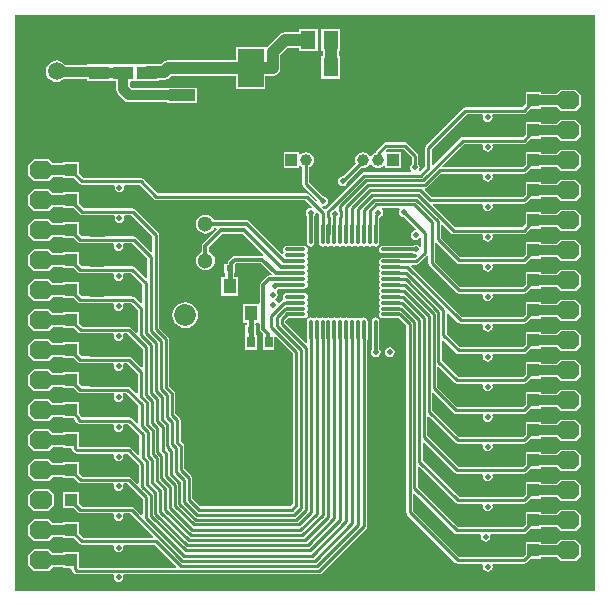
<source format=gtl>
G04*
G04 #@! TF.GenerationSoftware,Altium Limited,Altium Designer,23.9.2 (47)*
G04*
G04 Layer_Physical_Order=1*
G04 Layer_Color=255*
%FSLAX44Y44*%
%MOMM*%
G71*
G04*
G04 #@! TF.SameCoordinates,60F5B71E-2B93-43DD-B637-9BD39DAD1F72*
G04*
G04*
G04 #@! TF.FilePolarity,Positive*
G04*
G01*
G75*
%ADD14C,0.2540*%
%ADD17R,1.3000X1.6000*%
%ADD18R,2.2000X3.3000*%
%ADD19R,2.2000X1.0000*%
%ADD20R,1.7000X1.1000*%
%ADD21O,1.8000X0.3000*%
%ADD22O,0.3000X1.8000*%
%ADD23R,1.1000X1.3000*%
%ADD24R,0.7000X0.9000*%
%ADD25R,0.6000X0.5000*%
%ADD26R,1.0000X1.1000*%
%ADD47C,1.0922*%
%ADD48C,0.8382*%
%ADD49C,0.9906*%
%ADD50C,0.8128*%
%ADD51C,0.2997*%
%ADD52C,0.4064*%
%ADD53C,1.5000*%
%ADD54R,1.5000X1.5000*%
%ADD55R,1.0000X1.0000*%
%ADD56C,1.0000*%
%ADD57C,1.3000*%
%ADD58C,1.8500*%
%ADD59R,1.8500X1.8500*%
G04:AMPARAMS|DCode=60|XSize=1.905mm|YSize=1.524mm|CornerRadius=0mm|HoleSize=0mm|Usage=FLASHONLY|Rotation=180.000|XOffset=0mm|YOffset=0mm|HoleType=Round|Shape=Octagon|*
%AMOCTAGOND60*
4,1,8,-0.9525,0.3810,-0.9525,-0.3810,-0.5715,-0.7620,0.5715,-0.7620,0.9525,-0.3810,0.9525,0.3810,0.5715,0.7620,-0.5715,0.7620,-0.9525,0.3810,0.0*
%
%ADD60OCTAGOND60*%

%ADD61C,1.2700*%
%ADD62C,0.5080*%
G36*
X497052Y128947D02*
X5698D01*
Y616603D01*
X497052D01*
X497052Y128947D01*
D02*
G37*
%LPC*%
G36*
X262524Y604524D02*
X246476D01*
Y601604D01*
X234500D01*
X231973Y601101D01*
X229830Y599670D01*
X219580Y589420D01*
X219294Y588991D01*
X218024Y589274D01*
Y589274D01*
X218024Y589274D01*
X192976D01*
Y578014D01*
X135750D01*
X133223Y577511D01*
X131080Y576080D01*
X129562Y574561D01*
X118651D01*
X118013Y574434D01*
X108824D01*
X108080Y574434D01*
X106810Y574434D01*
X87506D01*
Y574434D01*
X86980D01*
Y574434D01*
X66932D01*
Y573907D01*
X48667D01*
X47686Y575186D01*
X45801Y576632D01*
X43606Y577542D01*
X41250Y577852D01*
X38894Y577542D01*
X36699Y576632D01*
X34814Y575186D01*
X33368Y573301D01*
X32458Y571106D01*
X32148Y568750D01*
X32458Y566394D01*
X33368Y564199D01*
X34814Y562314D01*
X36699Y560868D01*
X38894Y559958D01*
X41250Y559648D01*
X43606Y559958D01*
X45801Y560868D01*
X47607Y562253D01*
X66932D01*
Y560386D01*
X86980D01*
Y560386D01*
X87506D01*
Y560386D01*
X91703D01*
Y553320D01*
X92147Y551090D01*
X93410Y549200D01*
X98320Y544290D01*
X100210Y543027D01*
X102440Y542583D01*
X134976D01*
Y541726D01*
X160024D01*
Y554774D01*
X134976D01*
Y554237D01*
X104854D01*
X103357Y555734D01*
Y559488D01*
X104255Y560386D01*
X107554Y560386D01*
X108824Y560386D01*
X128128D01*
Y561353D01*
X132297D01*
X134824Y561856D01*
X136967Y563287D01*
X138405Y564726D01*
X160024D01*
Y564806D01*
X192976D01*
Y553226D01*
X218024D01*
Y564896D01*
X224250D01*
X226777Y565399D01*
X228920Y566830D01*
X230351Y568973D01*
X230854Y571500D01*
Y582015D01*
X237235Y588396D01*
X246476D01*
Y585476D01*
X262524D01*
Y604524D01*
D02*
G37*
G36*
X281524D02*
X265476D01*
Y585476D01*
X266896D01*
Y581512D01*
X265476D01*
Y562464D01*
X281524D01*
Y581512D01*
X280104D01*
Y585476D01*
X281524D01*
Y604524D01*
D02*
G37*
G36*
X480977Y553044D02*
X468023D01*
X464576Y549598D01*
X451524D01*
Y550924D01*
X438476D01*
Y540905D01*
X435670Y538099D01*
X387500D01*
X386410Y537882D01*
X385486Y537264D01*
X385486Y537264D01*
X353986Y505764D01*
X353368Y504840D01*
X353151Y503750D01*
X353151Y503750D01*
Y487675D01*
X349403Y483927D01*
X348909Y483873D01*
X348739Y484031D01*
X348385Y485375D01*
X348578Y485664D01*
X348894Y487250D01*
X348578Y488836D01*
X347680Y490180D01*
X347599Y490234D01*
Y497250D01*
X347599Y497250D01*
X347382Y498340D01*
X346764Y499264D01*
X346764Y499264D01*
X338264Y507764D01*
X337340Y508382D01*
X336250Y508599D01*
X336250Y508599D01*
X320250D01*
X320250Y508599D01*
X319160Y508382D01*
X318236Y507764D01*
X312400Y501929D01*
X311783Y501005D01*
X311566Y499915D01*
X311566Y499915D01*
Y499781D01*
X310160Y499199D01*
X308797Y498153D01*
X307798Y496851D01*
X307113Y496751D01*
X307087D01*
X306402Y496851D01*
X305403Y498153D01*
X304040Y499199D01*
X302453Y499856D01*
X300750Y500080D01*
X299047Y499856D01*
X297460Y499199D01*
X296097Y498153D01*
X295051Y496790D01*
X294394Y495203D01*
X294170Y493500D01*
X294394Y491797D01*
X294870Y490648D01*
X283846Y479625D01*
X283750Y479644D01*
X282164Y479328D01*
X280820Y478430D01*
X279922Y477086D01*
X279606Y475500D01*
X279922Y473914D01*
X280820Y472570D01*
X282164Y471672D01*
X283750Y471356D01*
X285336Y471672D01*
X286680Y472570D01*
X287578Y473914D01*
X287894Y475500D01*
X287875Y475596D01*
X299379Y487100D01*
X300750Y486920D01*
X302453Y487144D01*
X304040Y487801D01*
X305403Y488847D01*
X306402Y490149D01*
X307087Y490249D01*
X307113D01*
X307798Y490149D01*
X308797Y488847D01*
X310160Y487801D01*
X311747Y487144D01*
X313450Y486920D01*
X315153Y487144D01*
X316740Y487801D01*
X318103Y488847D01*
X318356Y489177D01*
X319626Y488746D01*
Y486976D01*
X332674D01*
Y500024D01*
X320563D01*
X320349Y500024D01*
X320198Y500389D01*
X319823Y501294D01*
X321430Y502901D01*
X335070D01*
X341901Y496070D01*
Y490234D01*
X341820Y490180D01*
X340922Y488836D01*
X340606Y487250D01*
X340922Y485664D01*
X341698Y484503D01*
X341490Y483776D01*
X341161Y483233D01*
X301884D01*
X301884Y483233D01*
X300794Y483016D01*
X299870Y482398D01*
X272657Y455186D01*
X272526Y455098D01*
X272526Y455098D01*
X269402Y451974D01*
X269381Y451943D01*
X267746Y451782D01*
X266023Y453506D01*
X266649Y454676D01*
X267000Y454606D01*
X268586Y454922D01*
X269930Y455820D01*
X270828Y457164D01*
X271144Y458750D01*
X270828Y460336D01*
X269930Y461680D01*
X268586Y462578D01*
X267000Y462894D01*
X266696Y462833D01*
X255099Y474430D01*
Y487411D01*
X256040Y487801D01*
X257403Y488847D01*
X258449Y490210D01*
X259106Y491797D01*
X259330Y493500D01*
X259106Y495203D01*
X258449Y496790D01*
X257403Y498153D01*
X256040Y499199D01*
X254453Y499856D01*
X252750Y500080D01*
X251047Y499856D01*
X249460Y499199D01*
X248097Y498153D01*
X247844Y497823D01*
X246574Y498254D01*
Y500024D01*
X233526D01*
Y486976D01*
X246574D01*
Y488746D01*
X247844Y489177D01*
X248097Y488847D01*
X249401Y487846D01*
Y473250D01*
X249401Y473250D01*
X249618Y472160D01*
X250236Y471236D01*
X262083Y459388D01*
X262064Y459260D01*
X260714Y458814D01*
X255014Y464514D01*
X254090Y465132D01*
X253000Y465349D01*
X253000Y465349D01*
X126930D01*
X114764Y477514D01*
X113840Y478132D01*
X112750Y478349D01*
X112750Y478349D01*
X63780D01*
X60024Y482105D01*
Y492124D01*
X46976D01*
Y490798D01*
X38424D01*
X34977Y494244D01*
X22023D01*
X17451Y489672D01*
Y480528D01*
X22023Y475956D01*
X34977D01*
X38424Y479403D01*
X46976D01*
Y478076D01*
X55995D01*
X60586Y473486D01*
X60586Y473486D01*
X61510Y472868D01*
X62600Y472651D01*
X89862D01*
X90598Y471381D01*
X90356Y470166D01*
X90672Y468580D01*
X91570Y467236D01*
X92914Y466338D01*
X94500Y466022D01*
X96086Y466338D01*
X97430Y467236D01*
X98328Y468580D01*
X98644Y470166D01*
X98402Y471381D01*
X99138Y472651D01*
X111570D01*
X123736Y460486D01*
X124660Y459868D01*
X125750Y459651D01*
X125750Y459651D01*
X251820D01*
X257477Y453994D01*
X256852Y452824D01*
X256500Y452894D01*
X254914Y452578D01*
X253570Y451680D01*
X252672Y450336D01*
X252356Y448750D01*
X252672Y447164D01*
X253418Y446047D01*
Y438257D01*
X253417Y438250D01*
Y423250D01*
X253652Y422070D01*
X254320Y421070D01*
X255320Y420401D01*
X256500Y420167D01*
X257680Y420401D01*
X258680Y421070D01*
X259349Y422070D01*
X259583Y423250D01*
Y438250D01*
X259582Y438257D01*
Y446047D01*
X260328Y447164D01*
X260644Y448750D01*
X260574Y449101D01*
X261744Y449727D01*
X263651Y447820D01*
Y439429D01*
X263417Y438250D01*
Y423250D01*
X263652Y422070D01*
X264320Y421070D01*
X265320Y420401D01*
X266500Y420167D01*
X267680Y420401D01*
X268680Y421070D01*
X269320D01*
X270320Y420401D01*
X271500Y420167D01*
X272680Y420401D01*
X273680Y421070D01*
X274320D01*
X275320Y420401D01*
X276500Y420167D01*
X277680Y420401D01*
X278680Y421070D01*
X279320D01*
X280320Y420401D01*
X281500Y420167D01*
X282680Y420401D01*
X283680Y421070D01*
X284320D01*
X285320Y420401D01*
X286500Y420167D01*
X287680Y420401D01*
X288680Y421070D01*
X289320D01*
X290320Y420401D01*
X291500Y420167D01*
X292680Y420401D01*
X293680Y421070D01*
X294320D01*
X295320Y420401D01*
X296500Y420167D01*
X297680Y420401D01*
X298680Y421070D01*
X299320D01*
X300320Y420401D01*
X301500Y420167D01*
X302680Y420401D01*
X303680Y421070D01*
X304320D01*
X305320Y420401D01*
X306500Y420167D01*
X307680Y420401D01*
X308680Y421070D01*
X309320D01*
X310320Y420401D01*
X311500Y420167D01*
X312680Y420401D01*
X313680Y421070D01*
X314349Y422070D01*
X314583Y423250D01*
Y438250D01*
X314349Y439429D01*
Y444775D01*
X315086Y444922D01*
X316430Y445820D01*
X317328Y447164D01*
X317644Y448750D01*
X317328Y450336D01*
X316430Y451680D01*
X316129Y451881D01*
X316514Y453151D01*
X331288D01*
X331953Y451881D01*
X331422Y451086D01*
X331106Y449500D01*
X331422Y447914D01*
X332320Y446570D01*
X333664Y445672D01*
X335250Y445356D01*
X335346Y445375D01*
X345352Y435369D01*
X344901Y434024D01*
X343914Y433828D01*
X342570Y432930D01*
X341672Y431586D01*
X341356Y430000D01*
X341672Y428414D01*
X342570Y427070D01*
X343914Y426172D01*
X345500Y425856D01*
X347086Y426172D01*
X348430Y427070D01*
X348881Y427745D01*
X350151Y427360D01*
Y420390D01*
X348881Y420005D01*
X348430Y420680D01*
X347086Y421578D01*
X345500Y421894D01*
X343914Y421578D01*
X342797Y420832D01*
X332007D01*
X332000Y420833D01*
X317000D01*
X315820Y420598D01*
X314820Y419930D01*
X314151Y418930D01*
X313917Y417750D01*
X314151Y416570D01*
X314820Y415570D01*
X315820Y414902D01*
X317000Y414667D01*
X332000D01*
X332007Y414668D01*
X342797D01*
X343914Y413922D01*
X345500Y413606D01*
X345852Y413676D01*
X346477Y412506D01*
X344570Y410599D01*
X333179D01*
X332000Y410833D01*
X317000D01*
X315820Y410598D01*
X314820Y409930D01*
X314151Y408930D01*
X313917Y407750D01*
X314151Y406570D01*
X314820Y405570D01*
Y404930D01*
X314151Y403930D01*
X313917Y402750D01*
X314151Y401570D01*
X314820Y400570D01*
Y399930D01*
X314151Y398930D01*
X313917Y397750D01*
X314151Y396570D01*
X314820Y395570D01*
Y394930D01*
X314151Y393930D01*
X313917Y392750D01*
X314151Y391570D01*
X314820Y390570D01*
Y389930D01*
X314151Y388930D01*
X313917Y387750D01*
X314151Y386570D01*
X314820Y385570D01*
Y384930D01*
X314151Y383930D01*
X313917Y382750D01*
X314151Y381570D01*
X314820Y380570D01*
Y379930D01*
X314151Y378930D01*
X313917Y377750D01*
X314151Y376570D01*
X314820Y375570D01*
Y374930D01*
X314151Y373930D01*
X313917Y372750D01*
X314151Y371570D01*
X314820Y370570D01*
Y369930D01*
X314151Y368930D01*
X313917Y367750D01*
X314151Y366570D01*
X314820Y365570D01*
Y364930D01*
X314151Y363930D01*
X313917Y362750D01*
X314151Y361570D01*
X314820Y360570D01*
X315820Y359902D01*
X317000Y359667D01*
X331054D01*
X337401Y353320D01*
Y195250D01*
X337401Y195250D01*
X337618Y194160D01*
X338236Y193236D01*
X378880Y152592D01*
X378880Y152592D01*
X379804Y151974D01*
X380894Y151757D01*
X380894Y151757D01*
X401683D01*
X402369Y150487D01*
X402106Y149166D01*
X402422Y147580D01*
X403320Y146236D01*
X404664Y145338D01*
X406250Y145022D01*
X407836Y145338D01*
X409180Y146236D01*
X410078Y147580D01*
X410394Y149166D01*
X410131Y150487D01*
X410817Y151757D01*
X437206D01*
X437206Y151757D01*
X438297Y151974D01*
X439221Y152592D01*
X442505Y155876D01*
X451524D01*
Y157203D01*
X464576D01*
X468023Y153756D01*
X480977D01*
X485549Y158328D01*
Y167472D01*
X480977Y172044D01*
X468023D01*
X464576Y168598D01*
X451524D01*
Y169924D01*
X438476D01*
Y159905D01*
X436026Y157455D01*
X382074D01*
X343099Y196430D01*
Y210963D01*
X344272Y211449D01*
X377902Y177820D01*
X377902Y177820D01*
X378826Y177202D01*
X379916Y176985D01*
X379916Y176985D01*
X399862D01*
X400598Y175715D01*
X400356Y174500D01*
X400672Y172914D01*
X401570Y171570D01*
X402914Y170672D01*
X404500Y170356D01*
X406086Y170672D01*
X407430Y171570D01*
X408328Y172914D01*
X408644Y174500D01*
X408402Y175715D01*
X409138Y176985D01*
X437034D01*
X437034Y176985D01*
X438125Y177202D01*
X439049Y177820D01*
X442505Y181276D01*
X451524D01*
Y182603D01*
X464576D01*
X468023Y179156D01*
X480977D01*
X485549Y183728D01*
Y192872D01*
X480977Y197444D01*
X468023D01*
X464576Y193997D01*
X451524D01*
Y195324D01*
X438476D01*
Y185305D01*
X435854Y182683D01*
X381096D01*
X347163Y216616D01*
Y233649D01*
X348336Y234135D01*
X379080Y203392D01*
X379080Y203392D01*
X380004Y202774D01*
X381094Y202557D01*
X401612D01*
X402348Y201287D01*
X402106Y200072D01*
X402422Y198486D01*
X403320Y197142D01*
X404664Y196244D01*
X406250Y195928D01*
X407836Y196244D01*
X409180Y197142D01*
X410078Y198486D01*
X410394Y200072D01*
X410152Y201287D01*
X410888Y202557D01*
X437206D01*
X437206Y202557D01*
X438297Y202774D01*
X439221Y203392D01*
X442505Y206676D01*
X451524D01*
Y208002D01*
X464576D01*
X468023Y204556D01*
X480977D01*
X485549Y209128D01*
Y218272D01*
X480977Y222844D01*
X468023D01*
X464576Y219398D01*
X451524D01*
Y220724D01*
X438476D01*
Y210705D01*
X436026Y208255D01*
X382274D01*
X351227Y239302D01*
Y254335D01*
X352400Y254821D01*
X378430Y228792D01*
X378430Y228792D01*
X379354Y228174D01*
X380444Y227957D01*
X401612D01*
X402348Y226687D01*
X402106Y225472D01*
X402422Y223886D01*
X403320Y222542D01*
X404664Y221644D01*
X406250Y221328D01*
X407836Y221644D01*
X409180Y222542D01*
X410078Y223886D01*
X410394Y225472D01*
X410152Y226687D01*
X410888Y227957D01*
X437206D01*
X437206Y227957D01*
X438297Y228174D01*
X439221Y228792D01*
X442505Y232076D01*
X451524D01*
Y233403D01*
X464576D01*
X468023Y229956D01*
X480977D01*
X485549Y234528D01*
Y243672D01*
X480977Y248244D01*
X468023D01*
X464576Y244797D01*
X451524D01*
Y246124D01*
X438476D01*
Y236105D01*
X436026Y233655D01*
X381624D01*
X355291Y259988D01*
Y276021D01*
X356464Y276507D01*
X378780Y254192D01*
X378780Y254192D01*
X379704Y253574D01*
X380794Y253357D01*
X380794Y253357D01*
X401612D01*
X402348Y252087D01*
X402106Y250872D01*
X402422Y249286D01*
X403320Y247942D01*
X404664Y247044D01*
X406250Y246728D01*
X407836Y247044D01*
X409180Y247942D01*
X410078Y249286D01*
X410394Y250872D01*
X410152Y252087D01*
X410888Y253357D01*
X437206D01*
X437206Y253357D01*
X438297Y253574D01*
X439221Y254192D01*
X442505Y257476D01*
X451524D01*
Y258803D01*
X464576D01*
X468023Y255356D01*
X480977D01*
X485549Y259928D01*
Y269072D01*
X480977Y273644D01*
X468023D01*
X464576Y270198D01*
X451524D01*
Y271524D01*
X438476D01*
Y261505D01*
X436026Y259055D01*
X381974D01*
X359355Y281674D01*
Y295957D01*
X360528Y296443D01*
X377486Y279486D01*
X377486Y279486D01*
X378410Y278868D01*
X379500Y278651D01*
X401954D01*
X402552Y277531D01*
X402422Y277336D01*
X402106Y275750D01*
X402422Y274164D01*
X403320Y272820D01*
X404664Y271922D01*
X406250Y271606D01*
X407836Y271922D01*
X409180Y272820D01*
X410078Y274164D01*
X410394Y275750D01*
X410078Y277336D01*
X409948Y277531D01*
X410546Y278651D01*
X437100D01*
X437100Y278651D01*
X438190Y278868D01*
X439115Y279486D01*
X442505Y282876D01*
X451524D01*
Y284202D01*
X464576D01*
X468023Y280756D01*
X480977D01*
X485549Y285328D01*
Y294472D01*
X480977Y299044D01*
X468023D01*
X464576Y295597D01*
X451524D01*
Y296924D01*
X438476D01*
Y286905D01*
X435920Y284349D01*
X380680D01*
X363419Y301610D01*
Y318393D01*
X364592Y318879D01*
X378486Y304986D01*
X378486Y304986D01*
X379410Y304368D01*
X380500Y304151D01*
X380500Y304151D01*
X401612D01*
X402348Y302881D01*
X402106Y301666D01*
X402422Y300080D01*
X403320Y298736D01*
X404664Y297838D01*
X406250Y297522D01*
X407836Y297838D01*
X409180Y298736D01*
X410078Y300080D01*
X410394Y301666D01*
X410152Y302881D01*
X410888Y304151D01*
X437200D01*
X437200Y304151D01*
X438290Y304368D01*
X439215Y304986D01*
X442505Y308276D01*
X451524D01*
Y309603D01*
X464576D01*
X468023Y306156D01*
X480977D01*
X485549Y310728D01*
Y319872D01*
X480977Y324444D01*
X468023D01*
X464576Y320998D01*
X451524D01*
Y322324D01*
X438476D01*
Y312305D01*
X436020Y309849D01*
X381680D01*
X367483Y324046D01*
Y340829D01*
X368656Y341315D01*
X379694Y330277D01*
X379694Y330277D01*
X380619Y329660D01*
X381709Y329443D01*
X381709Y329443D01*
X401639D01*
X402356Y328173D01*
X402106Y326916D01*
X402422Y325330D01*
X403320Y323986D01*
X404664Y323088D01*
X406250Y322772D01*
X407836Y323088D01*
X409180Y323986D01*
X410078Y325330D01*
X410394Y326916D01*
X410144Y328173D01*
X410861Y329443D01*
X437092D01*
X437092Y329443D01*
X438182Y329660D01*
X439106Y330277D01*
X442505Y333676D01*
X451524D01*
Y335003D01*
X464576D01*
X468023Y331556D01*
X480977D01*
X485549Y336128D01*
Y345272D01*
X480977Y349844D01*
X468023D01*
X464576Y346398D01*
X451524D01*
Y347724D01*
X438476D01*
Y337705D01*
X435912Y335140D01*
X382889D01*
X371547Y346482D01*
Y363819D01*
X372720Y364305D01*
X381290Y355736D01*
X381290Y355736D01*
X382214Y355118D01*
X383304Y354901D01*
X383304Y354901D01*
X401612D01*
X402348Y353631D01*
X402106Y352416D01*
X402422Y350830D01*
X403320Y349486D01*
X404664Y348588D01*
X406250Y348272D01*
X407836Y348588D01*
X409180Y349486D01*
X410078Y350830D01*
X410394Y352416D01*
X410152Y353631D01*
X410888Y354901D01*
X437150D01*
X437150Y354901D01*
X438241Y355118D01*
X439165Y355736D01*
X442505Y359076D01*
X451524D01*
Y360402D01*
X464576D01*
X468023Y356956D01*
X480977D01*
X485549Y361528D01*
Y370672D01*
X480977Y375244D01*
X468023D01*
X464576Y371797D01*
X451524D01*
Y373124D01*
X438476D01*
Y363105D01*
X435970Y360599D01*
X384484D01*
X341452Y403631D01*
X341978Y404901D01*
X345750D01*
X345750Y404901D01*
X346840Y405118D01*
X347764Y405736D01*
X354881Y412853D01*
X355432Y412771D01*
X356151Y412401D01*
Y406250D01*
X356151Y406250D01*
X356368Y405160D01*
X356986Y404236D01*
X379986Y381236D01*
X379986Y381236D01*
X380910Y380618D01*
X382000Y380401D01*
X401612D01*
X402348Y379131D01*
X402106Y377916D01*
X402422Y376330D01*
X403320Y374986D01*
X404664Y374088D01*
X406250Y373772D01*
X407836Y374088D01*
X409180Y374986D01*
X410078Y376330D01*
X410394Y377916D01*
X410152Y379131D01*
X410888Y380401D01*
X421622D01*
X421843Y380357D01*
X421843Y380357D01*
X434158D01*
X434158Y380357D01*
X434379Y380401D01*
X437250D01*
X437250Y380401D01*
X438340Y380618D01*
X439265Y381236D01*
X442505Y384476D01*
X451524D01*
Y385802D01*
X464576D01*
X468023Y382356D01*
X480977D01*
X485549Y386928D01*
Y396072D01*
X480977Y400644D01*
X468023D01*
X464576Y397197D01*
X451524D01*
Y398524D01*
X438476D01*
Y388505D01*
X436070Y386099D01*
X434202D01*
X434202Y386099D01*
X433980Y386055D01*
X422020D01*
X421799Y386099D01*
X421799Y386099D01*
X383180D01*
X361849Y407430D01*
Y422826D01*
X363119Y423353D01*
X379986Y406486D01*
X379986Y406486D01*
X380910Y405868D01*
X382000Y405651D01*
X401612D01*
X402348Y404381D01*
X402106Y403166D01*
X402422Y401580D01*
X403320Y400236D01*
X404664Y399338D01*
X406250Y399022D01*
X407836Y399338D01*
X409180Y400236D01*
X410078Y401580D01*
X410394Y403166D01*
X410152Y404381D01*
X410888Y405651D01*
X437100D01*
X437100Y405651D01*
X438190Y405868D01*
X439115Y406486D01*
X442505Y409876D01*
X451524D01*
Y411203D01*
X464576D01*
X468023Y407756D01*
X480977D01*
X485549Y412328D01*
Y421472D01*
X480977Y426044D01*
X468023D01*
X464576Y422598D01*
X451524D01*
Y423924D01*
X438476D01*
Y413905D01*
X435920Y411349D01*
X383180D01*
X366849Y427680D01*
Y438716D01*
X368022Y439202D01*
X375471Y431753D01*
X376395Y431136D01*
X377485Y430919D01*
X377485Y430919D01*
X401612D01*
X402348Y429649D01*
X402106Y428434D01*
X402422Y426848D01*
X403320Y425504D01*
X404664Y424605D01*
X406250Y424290D01*
X407836Y424605D01*
X409180Y425504D01*
X410078Y426848D01*
X410394Y428434D01*
X410152Y429649D01*
X410888Y430919D01*
X436968D01*
X436968Y430919D01*
X438058Y431136D01*
X438982Y431753D01*
X442505Y435276D01*
X451524D01*
Y436603D01*
X464576D01*
X468023Y433156D01*
X480977D01*
X485549Y437728D01*
Y446872D01*
X480977Y451444D01*
X468023D01*
X464576Y447998D01*
X451524D01*
Y449324D01*
X438476D01*
Y439305D01*
X435788Y436616D01*
X378665D01*
X359897Y455384D01*
X360383Y456557D01*
X401612D01*
X402348Y455287D01*
X402106Y454072D01*
X402422Y452486D01*
X403320Y451142D01*
X404664Y450244D01*
X406250Y449928D01*
X407836Y450244D01*
X409180Y451142D01*
X410078Y452486D01*
X410394Y454072D01*
X410152Y455287D01*
X410888Y456557D01*
X437206D01*
X437206Y456557D01*
X438297Y456774D01*
X439221Y457392D01*
X442505Y460676D01*
X451524D01*
Y462002D01*
X464576D01*
X468023Y458556D01*
X480977D01*
X485549Y463128D01*
Y472272D01*
X480977Y476844D01*
X468023D01*
X464576Y473397D01*
X451524D01*
Y474724D01*
X438476D01*
Y464705D01*
X436026Y462255D01*
X358774D01*
X352777Y468252D01*
X353007Y468807D01*
X353391Y469434D01*
X354346Y469624D01*
X355270Y470242D01*
X366930Y481901D01*
X401612D01*
X402348Y480631D01*
X402106Y479416D01*
X402422Y477830D01*
X403320Y476486D01*
X404664Y475588D01*
X406250Y475272D01*
X407836Y475588D01*
X409180Y476486D01*
X410078Y477830D01*
X410394Y479416D01*
X410152Y480631D01*
X410888Y481901D01*
X437150D01*
X437150Y481901D01*
X438241Y482118D01*
X439165Y482736D01*
X442505Y486076D01*
X451524D01*
Y487402D01*
X464576D01*
X468023Y483956D01*
X480977D01*
X485549Y488528D01*
Y497672D01*
X480977Y502244D01*
X468023D01*
X464576Y498797D01*
X451524D01*
Y500124D01*
X438476D01*
Y490105D01*
X435970Y487599D01*
X368539D01*
X368053Y488772D01*
X386433Y507151D01*
X401612D01*
X402348Y505881D01*
X402106Y504666D01*
X402422Y503080D01*
X403320Y501736D01*
X404664Y500838D01*
X406250Y500522D01*
X407836Y500838D01*
X409180Y501736D01*
X410078Y503080D01*
X410394Y504666D01*
X410152Y505881D01*
X410888Y507151D01*
X437000D01*
X437000Y507151D01*
X438091Y507368D01*
X439015Y507986D01*
X442505Y511476D01*
X451524D01*
Y512803D01*
X464576D01*
X468023Y509356D01*
X480977D01*
X485549Y513928D01*
Y523072D01*
X480977Y527644D01*
X468023D01*
X464576Y524198D01*
X451524D01*
Y525524D01*
X438476D01*
Y515505D01*
X435820Y512849D01*
X385253D01*
X385253Y512849D01*
X384162Y512632D01*
X383238Y512014D01*
X383238Y512014D01*
X360022Y488798D01*
X358849Y489284D01*
Y502570D01*
X388680Y532401D01*
X401612D01*
X402348Y531131D01*
X402106Y529916D01*
X402422Y528330D01*
X403320Y526986D01*
X404664Y526088D01*
X406250Y525772D01*
X407836Y526088D01*
X409180Y526986D01*
X410078Y528330D01*
X410394Y529916D01*
X410152Y531131D01*
X410888Y532401D01*
X436850D01*
X436850Y532401D01*
X437940Y532618D01*
X438865Y533236D01*
X442505Y536876D01*
X451524D01*
Y538203D01*
X464576D01*
X468023Y534756D01*
X480977D01*
X485549Y539328D01*
Y548472D01*
X480977Y553044D01*
D02*
G37*
G36*
X34977Y468844D02*
X22023D01*
X17451Y464272D01*
Y455128D01*
X22023Y450556D01*
X34977D01*
X38424Y454002D01*
X46976D01*
Y452676D01*
X55995D01*
X60936Y447736D01*
X60936Y447736D01*
X61860Y447118D01*
X62950Y446901D01*
X62950Y446901D01*
X89862D01*
X90598Y445631D01*
X90356Y444416D01*
X90672Y442830D01*
X91570Y441486D01*
X92914Y440588D01*
X94500Y440272D01*
X96086Y440588D01*
X97430Y441486D01*
X98328Y442830D01*
X98644Y444416D01*
X98402Y445631D01*
X99138Y446901D01*
X104570D01*
X122401Y429070D01*
Y416037D01*
X121228Y415551D01*
X108758Y428020D01*
X107834Y428638D01*
X106744Y428855D01*
X106744Y428855D01*
X62474D01*
X60024Y431305D01*
Y441324D01*
X46976D01*
Y439997D01*
X38424D01*
X34977Y443444D01*
X22023D01*
X17451Y438872D01*
Y429728D01*
X22023Y425156D01*
X34977D01*
X38424Y428602D01*
X46976D01*
Y427276D01*
X55995D01*
X59280Y423992D01*
X59280Y423992D01*
X60204Y423374D01*
X61294Y423157D01*
X61294Y423157D01*
X89112D01*
X89848Y421887D01*
X89606Y420672D01*
X89922Y419086D01*
X90820Y417742D01*
X92164Y416844D01*
X93750Y416528D01*
X95336Y416844D01*
X96680Y417742D01*
X97578Y419086D01*
X97894Y420672D01*
X97652Y421887D01*
X98388Y423157D01*
X105564D01*
X118151Y410570D01*
Y393537D01*
X116978Y393051D01*
X107408Y402620D01*
X106484Y403238D01*
X105394Y403455D01*
X105394Y403455D01*
X62474D01*
X60024Y405905D01*
Y415924D01*
X46976D01*
Y414598D01*
X38424D01*
X34977Y418044D01*
X22023D01*
X17451Y413472D01*
Y404328D01*
X22023Y399756D01*
X34977D01*
X38424Y403203D01*
X46976D01*
Y401876D01*
X55995D01*
X59280Y398592D01*
X59280Y398592D01*
X60204Y397974D01*
X61294Y397757D01*
X61294Y397757D01*
X89112D01*
X89848Y396487D01*
X89606Y395272D01*
X89922Y393686D01*
X90820Y392342D01*
X92164Y391444D01*
X93750Y391128D01*
X95336Y391444D01*
X96680Y392342D01*
X97578Y393686D01*
X97894Y395272D01*
X97652Y396487D01*
X98388Y397757D01*
X104214D01*
X113901Y388070D01*
Y372287D01*
X112728Y371801D01*
X107308Y377220D01*
X106384Y377838D01*
X105294Y378055D01*
X105294Y378055D01*
X62474D01*
X60024Y380505D01*
Y390524D01*
X46976D01*
Y389198D01*
X38424D01*
X34977Y392644D01*
X22023D01*
X17451Y388072D01*
Y378928D01*
X22023Y374356D01*
X34977D01*
X38424Y377803D01*
X46976D01*
Y376476D01*
X55995D01*
X59280Y373192D01*
X59280Y373192D01*
X60204Y372574D01*
X61294Y372357D01*
X61294Y372357D01*
X89112D01*
X89848Y371087D01*
X89606Y369872D01*
X89922Y368286D01*
X90820Y366942D01*
X92164Y366044D01*
X93750Y365728D01*
X95336Y366044D01*
X96680Y366942D01*
X97578Y368286D01*
X97894Y369872D01*
X97652Y371087D01*
X98388Y372357D01*
X104114D01*
X109837Y366634D01*
Y347854D01*
X108664Y347368D01*
X104517Y351514D01*
X103593Y352132D01*
X102503Y352349D01*
X102502Y352349D01*
X62780D01*
X60024Y355105D01*
Y365124D01*
X46976D01*
Y363797D01*
X38424D01*
X34977Y367244D01*
X22023D01*
X17451Y362672D01*
Y353528D01*
X22023Y348956D01*
X34977D01*
X38424Y352402D01*
X46976D01*
Y351076D01*
X55995D01*
X59585Y347486D01*
X59586Y347486D01*
X60510Y346868D01*
X61600Y346651D01*
X89112D01*
X89848Y345381D01*
X89606Y344166D01*
X89922Y342580D01*
X90820Y341236D01*
X92164Y340338D01*
X93750Y340022D01*
X95336Y340338D01*
X96680Y341236D01*
X97578Y342580D01*
X97894Y344166D01*
X97652Y345381D01*
X98388Y346651D01*
X101323D01*
X114151Y333823D01*
Y318287D01*
X112978Y317801D01*
X104319Y326459D01*
X103395Y327077D01*
X102305Y327294D01*
X102305Y327294D01*
X86194D01*
X85998Y327255D01*
X62474D01*
X60024Y329705D01*
Y339724D01*
X46976D01*
Y338397D01*
X38424D01*
X34977Y341844D01*
X22023D01*
X17451Y337272D01*
Y328128D01*
X22023Y323556D01*
X34977D01*
X38424Y327002D01*
X46976D01*
Y325676D01*
X55995D01*
X59280Y322392D01*
X59280Y322392D01*
X60204Y321774D01*
X61294Y321557D01*
X61294Y321557D01*
X86155D01*
X86155Y321557D01*
X86351Y321596D01*
X89112D01*
X89848Y320326D01*
X89606Y319111D01*
X89922Y317525D01*
X90820Y316181D01*
X92164Y315283D01*
X93750Y314967D01*
X95336Y315283D01*
X96680Y316181D01*
X97578Y317525D01*
X97894Y319111D01*
X97652Y320326D01*
X98388Y321596D01*
X101125D01*
X110087Y312634D01*
Y295859D01*
X108914Y295373D01*
X103266Y301020D01*
X102342Y301638D01*
X101252Y301855D01*
X101252Y301855D01*
X62474D01*
X60024Y304305D01*
Y314324D01*
X46976D01*
Y312997D01*
X38424D01*
X34977Y316444D01*
X22023D01*
X17451Y311872D01*
Y302728D01*
X22023Y298156D01*
X34977D01*
X38424Y301602D01*
X46976D01*
Y300276D01*
X55995D01*
X59280Y296992D01*
X59280Y296992D01*
X60204Y296374D01*
X61294Y296157D01*
X61294Y296157D01*
X89668D01*
X90346Y294887D01*
X89922Y294252D01*
X89606Y292666D01*
X89922Y291080D01*
X90820Y289736D01*
X92164Y288838D01*
X93750Y288522D01*
X95336Y288838D01*
X96680Y289736D01*
X97578Y291080D01*
X97894Y292666D01*
X97578Y294252D01*
X97154Y294887D01*
X97832Y296157D01*
X100072D01*
X110404Y285825D01*
Y271044D01*
X109231Y270558D01*
X105025Y274764D01*
X104101Y275382D01*
X103011Y275599D01*
X103010Y275599D01*
X62180D01*
X62045Y275734D01*
X61836Y276786D01*
X61218Y277710D01*
X61218Y277710D01*
X60024Y278905D01*
Y288924D01*
X46976D01*
Y287598D01*
X38424D01*
X34977Y291044D01*
X22023D01*
X17451Y286472D01*
Y277328D01*
X22023Y272756D01*
X34977D01*
X38424Y276203D01*
X46976D01*
Y274876D01*
X55995D01*
X56363Y274509D01*
X56572Y273456D01*
X57190Y272532D01*
X58986Y270736D01*
X58986Y270736D01*
X59910Y270118D01*
X61000Y269901D01*
X89112D01*
X89848Y268631D01*
X89606Y267416D01*
X89922Y265830D01*
X90820Y264486D01*
X92164Y263588D01*
X93750Y263272D01*
X95336Y263588D01*
X96680Y264486D01*
X97578Y265830D01*
X97894Y267416D01*
X97652Y268631D01*
X98388Y269901D01*
X101831D01*
X111337Y260395D01*
Y244614D01*
X110164Y244128D01*
X104528Y249764D01*
X103603Y250382D01*
X102513Y250599D01*
X102513Y250599D01*
X60079D01*
Y252770D01*
X60079Y252770D01*
X60024Y253045D01*
Y263524D01*
X46976D01*
Y262197D01*
X38424D01*
X34977Y265644D01*
X22023D01*
X17451Y261072D01*
Y251928D01*
X22023Y247356D01*
X34977D01*
X38424Y250802D01*
X46976D01*
Y249476D01*
X53252D01*
X54381Y249054D01*
X54598Y247964D01*
X55216Y247040D01*
X56519Y245736D01*
X56520Y245736D01*
X57444Y245118D01*
X58534Y244901D01*
X89112D01*
X89848Y243631D01*
X89606Y242416D01*
X89922Y240830D01*
X90820Y239486D01*
X92164Y238588D01*
X93750Y238272D01*
X95336Y238588D01*
X96680Y239486D01*
X97578Y240830D01*
X97894Y242416D01*
X97652Y243631D01*
X98388Y244901D01*
X101333D01*
X110889Y235345D01*
Y219799D01*
X109716Y219313D01*
X104514Y224514D01*
X103590Y225132D01*
X102500Y225349D01*
X102500Y225349D01*
X62780D01*
X60024Y228105D01*
Y238124D01*
X46976D01*
Y236798D01*
X38424D01*
X34977Y240244D01*
X22023D01*
X17451Y235672D01*
Y226528D01*
X22023Y221956D01*
X34977D01*
X38424Y225403D01*
X46976D01*
Y224076D01*
X55995D01*
X59585Y220486D01*
X59586Y220486D01*
X60510Y219868D01*
X61600Y219651D01*
X89112D01*
X89848Y218381D01*
X89606Y217166D01*
X89922Y215580D01*
X90820Y214236D01*
X92164Y213338D01*
X93750Y213022D01*
X95336Y213338D01*
X96680Y214236D01*
X97578Y215580D01*
X97894Y217166D01*
X97652Y218381D01*
X98388Y219651D01*
X101320D01*
X114075Y206896D01*
Y193610D01*
X112902Y193124D01*
X106762Y199264D01*
X105837Y199882D01*
X104747Y200099D01*
X104747Y200099D01*
X62630D01*
X60024Y202705D01*
Y212724D01*
X46976D01*
Y198676D01*
X55995D01*
X59436Y195236D01*
X59436Y195236D01*
X60360Y194618D01*
X61450Y194401D01*
X61450Y194401D01*
X89112D01*
X89848Y193131D01*
X89606Y191916D01*
X89922Y190330D01*
X90820Y188986D01*
X92164Y188088D01*
X93750Y187772D01*
X95336Y188088D01*
X96680Y188986D01*
X97578Y190330D01*
X97894Y191916D01*
X97652Y193131D01*
X98388Y194401D01*
X103567D01*
X123197Y174772D01*
X122711Y173599D01*
X63730D01*
X60024Y177305D01*
Y187324D01*
X46976D01*
Y185998D01*
X38424D01*
X34977Y189444D01*
X22023D01*
X17451Y184872D01*
Y175728D01*
X22023Y171156D01*
X34977D01*
X38424Y174603D01*
X46976D01*
Y173276D01*
X55995D01*
X60536Y168736D01*
X60536Y168736D01*
X61460Y168118D01*
X62550Y167901D01*
X62550Y167901D01*
X89112D01*
X89848Y166631D01*
X89606Y165416D01*
X89922Y163830D01*
X90820Y162486D01*
X92164Y161588D01*
X93750Y161272D01*
X95336Y161588D01*
X96680Y162486D01*
X97578Y163830D01*
X97894Y165416D01*
X97652Y166631D01*
X98388Y167901D01*
X124320D01*
X142699Y149522D01*
X142213Y148349D01*
X60024D01*
Y161924D01*
X46976D01*
Y160597D01*
X38424D01*
X34977Y164044D01*
X22023D01*
X17451Y159472D01*
Y150328D01*
X22023Y145756D01*
X34977D01*
X38424Y149202D01*
X46976D01*
Y147876D01*
X52790D01*
X53730Y147171D01*
X53947Y146081D01*
X54565Y145157D01*
X56236Y143486D01*
X57160Y142868D01*
X58250Y142651D01*
X58250Y142651D01*
X89112D01*
X89848Y141381D01*
X89606Y140166D01*
X89922Y138580D01*
X90820Y137236D01*
X92164Y136338D01*
X93750Y136022D01*
X95336Y136338D01*
X96680Y137236D01*
X97578Y138580D01*
X97894Y140166D01*
X97652Y141381D01*
X98388Y142651D01*
X263750D01*
X263750Y142651D01*
X264840Y142868D01*
X265764Y143486D01*
X303514Y181236D01*
X303514Y181236D01*
X304132Y182160D01*
X304349Y183250D01*
X304349Y183250D01*
Y341071D01*
X304583Y342250D01*
Y357250D01*
X304349Y358430D01*
X303680Y359430D01*
X302680Y360098D01*
X301500Y360333D01*
X300320Y360098D01*
X299320Y359430D01*
X298680D01*
X297680Y360098D01*
X296500Y360333D01*
X295320Y360098D01*
X294320Y359430D01*
X293680D01*
X292680Y360098D01*
X291500Y360333D01*
X290320Y360098D01*
X289320Y359430D01*
X288680D01*
X287680Y360098D01*
X286500Y360333D01*
X285320Y360098D01*
X284320Y359430D01*
X283680D01*
X282680Y360098D01*
X281500Y360333D01*
X280320Y360098D01*
X279320Y359430D01*
X278680D01*
X277680Y360098D01*
X276500Y360333D01*
X275320Y360098D01*
X274320Y359430D01*
X273680D01*
X272680Y360098D01*
X271500Y360333D01*
X270320Y360098D01*
X269320Y359430D01*
X268680D01*
X267680Y360098D01*
X266500Y360333D01*
X265320Y360098D01*
X264320Y359430D01*
X263680D01*
X262680Y360098D01*
X261500Y360333D01*
X260320Y360098D01*
X259320Y359430D01*
X258680D01*
X257680Y360098D01*
X256500Y360333D01*
X255320Y360098D01*
X254320Y359430D01*
X253652Y358430D01*
X253417Y357250D01*
Y342250D01*
X253651Y341071D01*
Y338782D01*
X252478Y338296D01*
X234849Y355925D01*
Y357570D01*
X236945Y359667D01*
X251000D01*
X252180Y359902D01*
X253180Y360570D01*
X253848Y361570D01*
X254083Y362750D01*
X253848Y363930D01*
X253180Y364930D01*
Y365570D01*
X253848Y366570D01*
X254083Y367750D01*
X253848Y368930D01*
X253180Y369930D01*
Y370570D01*
X253848Y371570D01*
X254083Y372750D01*
X253848Y373930D01*
X253180Y374930D01*
Y375570D01*
X253848Y376570D01*
X254083Y377750D01*
X253848Y378930D01*
X253180Y379930D01*
X252180Y380598D01*
X251000Y380833D01*
X236000D01*
X234820Y380598D01*
X233820Y379930D01*
X233151Y378930D01*
X232917Y377750D01*
X233142Y376617D01*
X233149Y376551D01*
X233002Y375294D01*
X232078Y374676D01*
X232078Y374676D01*
X229810Y372408D01*
X228423Y372818D01*
X227680Y373930D01*
X226597Y374653D01*
X226423Y375646D01*
X226471Y376096D01*
X227180Y376570D01*
X228078Y377914D01*
X228394Y379500D01*
X228078Y381086D01*
X227650Y381727D01*
X227767Y382970D01*
X228054Y383234D01*
X229119Y383945D01*
X229602Y384668D01*
X235993D01*
X236000Y384667D01*
X251000D01*
X252180Y384902D01*
X253180Y385570D01*
X253848Y386570D01*
X254083Y387750D01*
X253848Y388930D01*
X253180Y389930D01*
Y390570D01*
X253848Y391570D01*
X254083Y392750D01*
X253848Y393930D01*
X253180Y394930D01*
Y395570D01*
X253848Y396570D01*
X254083Y397750D01*
X253848Y398930D01*
X253180Y399930D01*
Y400570D01*
X253848Y401570D01*
X254083Y402750D01*
X253848Y403930D01*
X253180Y404930D01*
Y405570D01*
X253848Y406570D01*
X254083Y407750D01*
X253848Y408930D01*
X253180Y409930D01*
Y410570D01*
X253848Y411570D01*
X254083Y412750D01*
X253848Y413930D01*
X253180Y414930D01*
Y415570D01*
X253848Y416570D01*
X254083Y417750D01*
X253848Y418930D01*
X253180Y419930D01*
X252180Y420598D01*
X251000Y420833D01*
X236000D01*
X234820Y420598D01*
X233820Y419930D01*
X233151Y418930D01*
X232917Y417750D01*
X233151Y416570D01*
X233699Y415751D01*
X233274Y414524D01*
X232034Y414325D01*
X204929Y441429D01*
X203929Y442097D01*
X202750Y442332D01*
X174659D01*
X174259Y443297D01*
X172973Y444973D01*
X171297Y446259D01*
X169345Y447067D01*
X167250Y447343D01*
X165155Y447067D01*
X163203Y446259D01*
X161527Y444973D01*
X160241Y443297D01*
X159432Y441345D01*
X159157Y439250D01*
X159432Y437155D01*
X160241Y435203D01*
X161527Y433527D01*
X163203Y432241D01*
X165155Y431432D01*
X167250Y431157D01*
X169345Y431432D01*
X171297Y432241D01*
X172973Y433527D01*
X174259Y435203D01*
X174659Y436168D01*
X176650D01*
X177136Y434995D01*
X165071Y422929D01*
X164403Y421929D01*
X164168Y420750D01*
Y415659D01*
X163203Y415259D01*
X161527Y413973D01*
X160241Y412297D01*
X159432Y410345D01*
X159157Y408250D01*
X159432Y406155D01*
X160241Y404203D01*
X161527Y402527D01*
X163203Y401241D01*
X165155Y400433D01*
X167250Y400157D01*
X169345Y400433D01*
X171297Y401241D01*
X172973Y402527D01*
X174259Y404203D01*
X175067Y406155D01*
X175343Y408250D01*
X175067Y410345D01*
X174259Y412297D01*
X172973Y413973D01*
X171297Y415259D01*
X170332Y415659D01*
Y419473D01*
X181777Y430918D01*
X198973D01*
X216455Y413437D01*
X215829Y412266D01*
X215500Y412332D01*
X192250D01*
X191071Y412097D01*
X190071Y411429D01*
X187072Y408431D01*
X186404Y407431D01*
X186170Y406251D01*
Y405774D01*
X183226D01*
Y397726D01*
X184124D01*
Y394774D01*
X180726D01*
Y378726D01*
X194774D01*
Y394774D01*
X191376D01*
Y397726D01*
X192274D01*
Y402454D01*
X192333Y402751D01*
Y404975D01*
X193526Y406168D01*
X214223D01*
X223386Y397005D01*
X222901Y395832D01*
X221500D01*
X220321Y395597D01*
X219321Y394929D01*
X214071Y389679D01*
X213403Y388679D01*
X213168Y387500D01*
Y372881D01*
X212774Y371774D01*
X211898Y371774D01*
X198726D01*
Y355726D01*
X202124D01*
Y353524D01*
X201226D01*
Y345476D01*
X200726Y345024D01*
X200726D01*
Y332976D01*
X210774D01*
Y345024D01*
X210774D01*
X210274Y345476D01*
Y353524D01*
X209376D01*
Y354828D01*
X210274Y355726D01*
X212774Y355726D01*
X213168Y354619D01*
Y350500D01*
X213403Y349321D01*
X214071Y348321D01*
X216207Y346185D01*
X215726Y345024D01*
X215726D01*
Y332976D01*
X225774D01*
Y343651D01*
X227044Y344177D01*
X241401Y329820D01*
Y202430D01*
X239320Y200349D01*
X163151D01*
X156349Y207151D01*
Y224000D01*
X156132Y225090D01*
X155514Y226014D01*
X155514Y226014D01*
X149099Y232430D01*
Y251500D01*
X149099Y251500D01*
X148882Y252590D01*
X148264Y253514D01*
X146349Y255430D01*
Y273250D01*
X146349Y273250D01*
X146132Y274340D01*
X145514Y275264D01*
X145514Y275264D01*
X141849Y278930D01*
Y295750D01*
X141849Y295750D01*
X141632Y296840D01*
X141014Y297764D01*
X136599Y302180D01*
Y341750D01*
X136599Y341750D01*
X136382Y342840D01*
X135764Y343764D01*
X135764Y343764D01*
X128099Y351430D01*
Y430250D01*
X127882Y431340D01*
X127264Y432264D01*
X127264Y432264D01*
X107764Y451764D01*
X106840Y452382D01*
X105750Y452599D01*
X105750Y452599D01*
X64130D01*
X60024Y456705D01*
Y466724D01*
X46976D01*
Y465397D01*
X38424D01*
X34977Y468844D01*
D02*
G37*
G36*
X150250Y373017D02*
X147437Y372647D01*
X144817Y371561D01*
X142566Y369834D01*
X140839Y367583D01*
X139753Y364963D01*
X139383Y362150D01*
X139753Y359337D01*
X140839Y356716D01*
X142566Y354466D01*
X144817Y352739D01*
X147437Y351653D01*
X150250Y351283D01*
X153063Y351653D01*
X155683Y352739D01*
X157934Y354466D01*
X159661Y356716D01*
X160747Y359337D01*
X161117Y362150D01*
X160747Y364963D01*
X159661Y367583D01*
X157934Y369834D01*
X155683Y371561D01*
X153063Y372647D01*
X150250Y373017D01*
D02*
G37*
G36*
X323500Y334894D02*
X321914Y334578D01*
X320570Y333680D01*
X319672Y332336D01*
X319356Y330750D01*
X319672Y329164D01*
X320570Y327820D01*
X321914Y326922D01*
X323500Y326606D01*
X325086Y326922D01*
X326430Y327820D01*
X327328Y329164D01*
X327644Y330750D01*
X327328Y332336D01*
X326430Y333680D01*
X325086Y334578D01*
X323500Y334894D01*
D02*
G37*
G36*
X311500Y360333D02*
X310320Y360098D01*
X309320Y359430D01*
X308652Y358430D01*
X308417Y357250D01*
Y342250D01*
X308418Y342243D01*
Y333453D01*
X307672Y332336D01*
X307356Y330750D01*
X307672Y329164D01*
X308570Y327820D01*
X309914Y326922D01*
X311500Y326606D01*
X313086Y326922D01*
X314430Y327820D01*
X315328Y329164D01*
X315644Y330750D01*
X315328Y332336D01*
X314582Y333453D01*
Y342243D01*
X314583Y342250D01*
Y357250D01*
X314349Y358430D01*
X313680Y359430D01*
X312680Y360098D01*
X311500Y360333D01*
D02*
G37*
G36*
X34977Y214844D02*
X22023D01*
X17451Y210272D01*
Y201128D01*
X22023Y196556D01*
X34977D01*
X39549Y201128D01*
Y210272D01*
X34977Y214844D01*
D02*
G37*
%LPD*%
D14*
X356506Y280494D02*
X380794Y256206D01*
X437206D01*
X320250Y505750D02*
X336250D01*
X313450Y493500D02*
X314415Y494465D01*
Y499915D01*
X320250Y505750D01*
X336250D02*
X344750Y497250D01*
Y487250D02*
Y497250D01*
X335250Y449500D02*
X353000Y431750D01*
Y415000D02*
Y431750D01*
X305251Y472256D02*
X353256D01*
X311984Y456000D02*
X343758D01*
X308617Y464128D02*
X347125D01*
X303567Y476320D02*
X351573D01*
X306934Y468192D02*
X348808D01*
X310301Y460064D02*
X345441D01*
X301884Y480384D02*
X349889D01*
X324500Y407750D02*
X345750D01*
X353000Y415000D01*
X283750Y475500D02*
X300750Y492500D01*
Y493500D01*
X311500Y446750D02*
X313500Y448750D01*
X311500Y430750D02*
Y446750D01*
X338304Y402750D02*
X383304Y357750D01*
X324500Y402750D02*
X338304D01*
X252250Y473250D02*
X266750Y458750D01*
X267000D01*
X252250Y473250D02*
Y493000D01*
X252750Y493500D01*
X274541Y453084D02*
X274584D01*
X271416Y449959D02*
X274541Y453084D01*
X274584D02*
X301884Y480384D01*
X271416Y445541D02*
Y449959D01*
X276588Y430838D02*
Y447588D01*
X276500Y430750D02*
X276588Y430838D01*
X281588Y450455D02*
X282084Y449959D01*
X271588Y430838D02*
Y445369D01*
X276588Y447588D02*
X276750Y447750D01*
X281588Y430838D02*
Y445045D01*
X271416Y445541D02*
X271588Y445369D01*
X281588Y445045D02*
X282084Y445541D01*
Y449959D01*
X281588Y450455D02*
Y454341D01*
X253000Y462500D02*
X266500Y449000D01*
Y430750D02*
Y449000D01*
X271500Y430750D02*
X271588Y430838D01*
X286500Y430750D02*
Y453505D01*
X359000Y406250D02*
Y440758D01*
X364000Y426500D02*
Y441505D01*
X345441Y460064D02*
X364000Y441505D01*
X357594Y459406D02*
X437206D01*
X343758Y456000D02*
X359000Y440758D01*
X348808Y468192D02*
X357594Y459406D01*
X377485Y433768D02*
X436968D01*
X347125Y464128D02*
X377485Y433768D01*
X308551Y458314D02*
X310301Y460064D01*
X291500Y452758D02*
X306934Y468192D01*
X281588Y454341D02*
X303567Y476320D01*
X306867Y462378D02*
X308617Y464128D01*
X353256Y472256D02*
X365750Y484750D01*
X286500Y453505D02*
X305251Y472256D01*
X291500Y430750D02*
Y452758D01*
X306588Y450604D02*
X311984Y456000D01*
X351573Y476320D02*
X385253Y510000D01*
X349889Y480384D02*
X356000Y486495D01*
X281500Y430750D02*
X281588Y430838D01*
X296588Y452099D02*
X306867Y462378D01*
X301500Y451263D02*
X308551Y458314D01*
X306588Y430838D02*
Y450604D01*
X296588Y430838D02*
Y452099D01*
X301500Y430750D02*
Y451263D01*
X62600Y475500D02*
X112750D01*
X125750Y462500D01*
X253000D01*
X53500Y484600D02*
X62600Y475500D01*
X105750Y449750D02*
X125250Y430250D01*
X62950Y449750D02*
X105750D01*
X53500Y459200D02*
X62950Y449750D01*
X437206Y459406D02*
X445000Y467200D01*
X385253Y510000D02*
X437000D01*
X365750Y484750D02*
X437150D01*
X356000Y486495D02*
Y503750D01*
X368698Y345302D02*
Y366609D01*
X336897Y392662D02*
X364634Y364925D01*
X356506Y280494D02*
Y361559D01*
X360570Y300430D02*
X379500Y281500D01*
X360570Y300430D02*
Y363242D01*
X352442Y258808D02*
X380444Y230806D01*
X368698Y345302D02*
X381709Y332291D01*
X340250Y195250D02*
X380894Y154606D01*
X336150Y387662D02*
X360570Y363242D01*
X364634Y322866D02*
Y364925D01*
X348378Y238122D02*
Y358192D01*
Y238122D02*
X381094Y205406D01*
X334655Y377662D02*
X352442Y359875D01*
X340250Y195250D02*
Y354500D01*
X332000Y362750D02*
X340250Y354500D01*
X352442Y258808D02*
Y359875D01*
X344314Y215436D02*
Y356509D01*
X333908Y372662D02*
X348378Y358192D01*
X333161Y367662D02*
X344314Y356509D01*
X337557Y397750D02*
X368698Y366609D01*
X335403Y382662D02*
X356506Y361559D01*
X364634Y322866D02*
X380500Y307000D01*
X344314Y215436D02*
X379916Y179834D01*
X145372Y202604D02*
Y220128D01*
X120988Y192504D02*
Y209759D01*
Y192504D02*
X150492Y163000D01*
X129116Y195871D02*
X153237Y171750D01*
X133180Y197554D02*
Y215075D01*
X113738Y217009D02*
X120988Y209759D01*
X133180Y197554D02*
X154734Y176000D01*
X125052Y194187D02*
Y211709D01*
X129116Y195871D02*
Y213392D01*
X137244Y199237D02*
X156231Y180250D01*
X145372Y202604D02*
X158976Y189000D01*
X141308Y200921D02*
Y218442D01*
X138122Y227378D02*
X145372Y220128D01*
X137244Y199237D02*
Y216759D01*
X149436Y204288D02*
X160474Y193250D01*
X116924Y190821D02*
Y208076D01*
X146250Y231250D02*
X153500Y224000D01*
Y205971D02*
Y224000D01*
X125930Y222325D02*
X133180Y215075D01*
X102500Y222500D02*
X116924Y208076D01*
X117802Y218959D02*
X125052Y211709D01*
X121866Y220642D02*
X129116Y213392D01*
X153500Y205971D02*
X161971Y197500D01*
X125052Y194187D02*
X151553Y167686D01*
X142186Y229564D02*
X149436Y222314D01*
X134058Y225692D02*
X141308Y218442D01*
X129994Y224009D02*
X137244Y216759D01*
X113738Y217009D02*
Y236525D01*
X149436Y204288D02*
Y222314D01*
X116924Y190821D02*
X149245Y158500D01*
X141308Y200921D02*
X157293Y184936D01*
X102513Y247750D02*
X113738Y236525D01*
X142186Y229564D02*
Y249814D01*
X138122Y227378D02*
Y247128D01*
X125930Y222325D02*
Y241575D01*
X143500Y254250D02*
X146250Y251500D01*
X121866Y220642D02*
Y239892D01*
X131000Y248000D02*
X134058Y244942D01*
X126750Y246503D02*
X129994Y243259D01*
X146250Y231250D02*
Y251500D01*
X134058Y225692D02*
Y244942D01*
X122564Y244941D02*
X125930Y241575D01*
X114186Y241825D02*
X117802Y238209D01*
X118500Y243258D02*
X121866Y239892D01*
X139250Y252750D02*
X142186Y249814D01*
X117802Y218959D02*
Y238209D01*
X129994Y224009D02*
Y243259D01*
X135250Y250000D02*
X138122Y247128D01*
X437150Y484750D02*
X445000Y492600D01*
Y493100D01*
X382000Y408500D02*
X437100D01*
X364000Y426500D02*
X382000Y408500D01*
X382000Y383250D02*
X421799D01*
X359000Y406250D02*
X382000Y383250D01*
X380894Y154606D02*
X437206D01*
X379916Y179834D02*
X437034D01*
X381094Y205406D02*
X437206D01*
X380444Y230806D02*
X437206D01*
X379500Y281500D02*
X437100D01*
X380500Y307000D02*
X437200D01*
X381709Y332291D02*
X437092D01*
X324500Y362750D02*
X332000D01*
X445000Y543400D02*
Y543900D01*
X436850Y535250D02*
X445000Y543400D01*
X387500Y535250D02*
X436850D01*
X356000Y503750D02*
X387500Y535250D01*
X445000Y518000D02*
Y518500D01*
X437000Y510000D02*
X445000Y518000D01*
Y467200D02*
Y467700D01*
X436968Y433768D02*
X445000Y441800D01*
Y442300D01*
X437100Y408500D02*
X445000Y416400D01*
Y416900D01*
X434202Y383250D02*
X437250D01*
X434158Y383206D02*
X434202Y383250D01*
X437250D02*
X445000Y391000D01*
X421799Y383250D02*
X421843Y383206D01*
X434158D01*
X445000Y391000D02*
Y391500D01*
Y365600D02*
Y366100D01*
X437150Y357750D02*
X445000Y365600D01*
X383304Y357750D02*
X437150D01*
X445000Y340200D02*
Y340700D01*
X437092Y332291D02*
X445000Y340200D01*
X437200Y307000D02*
X445000Y314800D01*
Y315300D01*
X437100Y281500D02*
X445000Y289400D01*
Y289900D01*
X437206Y256206D02*
X445000Y264000D01*
Y264500D01*
X437206Y154606D02*
X445000Y162400D01*
X437206Y230806D02*
X445000Y238600D01*
Y239100D01*
Y213200D02*
Y213700D01*
X437206Y205406D02*
X445000Y213200D01*
X324588Y377662D02*
X334655D01*
X324500Y377750D02*
X324588Y377662D01*
X437034Y179834D02*
X445000Y187800D01*
Y188300D01*
Y162400D02*
Y162900D01*
X296500Y430750D02*
X296588Y430838D01*
X306500Y430750D02*
X306588Y430838D01*
X324588Y367662D02*
X333161D01*
X324500Y367750D02*
X324588Y367662D01*
Y372662D02*
X333908D01*
X324588Y387662D02*
X336150D01*
X324588Y392662D02*
X336897D01*
X324500Y397750D02*
X337557D01*
X324588Y382662D02*
X335403D01*
X324500Y387750D02*
X324588Y387662D01*
X324500Y392750D02*
X324588Y392662D01*
X324500Y382750D02*
X324588Y382662D01*
X324500Y372750D02*
X324588Y372662D01*
X161971Y197500D02*
X240500D01*
X151553Y167686D02*
X254186D01*
X150492Y163000D02*
X255500D01*
X104747Y197250D02*
X147747Y154250D01*
X156231Y180250D02*
X247750D01*
X158976Y189000D02*
X244000D01*
X146500Y149750D02*
X261750D01*
X61450Y197250D02*
X104747D01*
X149245Y158500D02*
X257500D01*
X62550Y170750D02*
X125500D01*
X160474Y193250D02*
X242500D01*
X147747Y154250D02*
X259750D01*
X154734Y176000D02*
X249500D01*
X157293Y184936D02*
X245683D01*
X153237Y171750D02*
X252000D01*
X125500Y170750D02*
X146500Y149750D01*
X53500Y484600D02*
Y485100D01*
Y459200D02*
Y459700D01*
X125250Y350250D02*
Y430250D01*
Y350250D02*
X133750Y341750D01*
Y301000D02*
Y341750D01*
X121000Y348500D02*
Y411750D01*
X133750Y301000D02*
X139000Y295750D01*
X129500Y299500D02*
X134500Y294500D01*
X101252Y299006D02*
X113253Y287005D01*
X130250Y274500D02*
Y293003D01*
X117750Y269505D02*
Y288255D01*
X117000Y294753D02*
X122000Y289753D01*
X134500Y276250D02*
Y294500D01*
X121250Y296250D02*
X126186Y291314D01*
X113253Y268255D02*
Y287005D01*
X122000Y271003D02*
Y289753D01*
X126186Y272817D02*
Y291314D01*
X125250Y298003D02*
X130250Y293003D01*
X112936Y293069D02*
X117750Y288255D01*
X139000Y277750D02*
Y295750D01*
X134500Y276250D02*
X139250Y271500D01*
X121186Y296567D02*
Y336564D01*
X129500Y299500D02*
Y340000D01*
X112936Y293069D02*
Y313814D01*
X117000Y294753D02*
Y335003D01*
X125250Y298003D02*
Y338250D01*
X102305Y324445D02*
X112936Y313814D01*
X121000Y348500D02*
X129500Y340000D01*
X86194Y324445D02*
X102305D01*
X139000Y277750D02*
X143500Y273250D01*
Y254250D02*
Y273250D01*
X135186Y251067D02*
X135250Y251003D01*
Y250000D02*
Y251003D01*
X139250Y252750D02*
Y271500D01*
X135186Y251067D02*
Y269564D01*
X131000Y248000D02*
Y267750D01*
X126750Y246503D02*
Y266253D01*
X113253Y268255D02*
X118500Y263008D01*
X122564Y244941D02*
Y264691D01*
X118500Y243258D02*
Y263008D01*
X103011Y272750D02*
X114186Y261575D01*
Y241825D02*
Y261575D01*
X240500Y197500D02*
X244250Y201250D01*
X242500Y193250D02*
X248500Y199250D01*
X245683Y184936D02*
X245747Y185000D01*
X249500Y176000D02*
X266500Y193000D01*
X247750Y180250D02*
X261500Y194000D01*
X227936Y353061D02*
X248500Y332497D01*
X244000Y189000D02*
X252564Y197564D01*
X246250Y185000D02*
X256628Y195378D01*
X245747Y185000D02*
X246250D01*
X248500Y199250D02*
Y332497D01*
X252000Y171750D02*
X271500Y191250D01*
X257500Y158500D02*
X286500Y187500D01*
X255500Y163000D02*
X281500Y189000D01*
X58250Y145500D02*
X263750D01*
X254186Y167686D02*
X276500Y190000D01*
X252564Y197564D02*
Y334181D01*
X259750Y154250D02*
X291500Y186000D01*
X261500Y194000D02*
Y349750D01*
X263750Y145500D02*
X301500Y183250D01*
X261750Y149750D02*
X296500Y184500D01*
X256628Y195378D02*
Y335117D01*
X232000Y354745D02*
X252564Y334181D01*
X244250Y201250D02*
Y331000D01*
X256500Y335245D02*
Y349750D01*
Y335245D02*
X256628Y335117D01*
X222750Y352500D02*
X244250Y331000D01*
X232000Y354745D02*
Y358750D01*
X227936Y353061D02*
Y360759D01*
X232000Y358750D02*
X236000Y362750D01*
X243500D01*
X227936Y360759D02*
X234839Y367662D01*
X222750Y352500D02*
Y361320D01*
X234092Y372662D01*
X243412Y367662D02*
X243500Y367750D01*
X234092Y372662D02*
X243412D01*
X234839Y367662D02*
X243412D01*
Y372662D02*
X243500Y372750D01*
X61294Y426006D02*
X106744D01*
X121000Y411750D01*
X53500Y433800D02*
Y434300D01*
Y433800D02*
X61294Y426006D01*
X116750Y346750D02*
Y389250D01*
X112686Y345067D02*
Y367814D01*
Y345067D02*
X112750Y345003D01*
X102503Y349500D02*
X117000Y335003D01*
X116750Y346750D02*
X125250Y338250D01*
X112750Y345000D02*
X121186Y336564D01*
X112750Y345000D02*
Y345003D01*
X105294Y375206D02*
X112686Y367814D01*
X61294Y375206D02*
X105294D01*
X105394Y400606D02*
X116750Y389250D01*
X61294Y400606D02*
X105394D01*
X121250Y296250D02*
Y296503D01*
X121186Y296567D02*
X121250Y296503D01*
X130250Y274500D02*
X135186Y269564D01*
X61600Y349500D02*
X102503D01*
X53500Y408400D02*
X61294Y400606D01*
X53500Y408400D02*
Y408900D01*
X126250Y272500D02*
Y272753D01*
X126186Y272817D02*
X126250Y272753D01*
Y272500D02*
X131000Y267750D01*
X117750Y269505D02*
X122564Y264691D01*
X122000Y271003D02*
X126750Y266253D01*
X61600Y222500D02*
X102500D01*
X61294Y299006D02*
X101252D01*
X61000Y272750D02*
X103011D01*
X58534Y247750D02*
X102513D01*
X53500Y383000D02*
X61294Y375206D01*
X53500Y383000D02*
Y383500D01*
Y357600D02*
X61600Y349500D01*
X53500Y357600D02*
Y358100D01*
X86155Y324406D02*
X86194Y324445D01*
X61294Y324406D02*
X86155D01*
X266500Y193000D02*
Y349750D01*
X57230Y249054D02*
Y252770D01*
Y249054D02*
X58534Y247750D01*
X271500Y191250D02*
Y349750D01*
X276500Y190000D02*
Y349750D01*
X281500Y189000D02*
Y349750D01*
X286500Y187500D02*
Y349750D01*
X291500Y186000D02*
Y349750D01*
X296500Y184500D02*
Y349750D01*
X53500Y230600D02*
X61600Y222500D01*
X301500Y183250D02*
Y349750D01*
X53500Y179800D02*
X62550Y170750D01*
X53500Y332200D02*
Y332700D01*
Y332200D02*
X61294Y324406D01*
X53500Y306800D02*
Y307300D01*
Y306800D02*
X61294Y299006D01*
X53500Y281400D02*
X59204Y275696D01*
Y274546D02*
Y275696D01*
X53500Y281400D02*
Y281900D01*
X59204Y274546D02*
X61000Y272750D01*
X53500Y256500D02*
X57230Y252770D01*
X56579Y147171D02*
Y151821D01*
X53500Y154900D02*
X56579Y151821D01*
Y147171D02*
X58250Y145500D01*
X53500Y205200D02*
X61450Y197250D01*
X53500Y205200D02*
Y205700D01*
Y230600D02*
Y231100D01*
Y179800D02*
Y180300D01*
D17*
X273500Y595000D02*
D03*
X254500D02*
D03*
Y571988D02*
D03*
X273500D02*
D03*
D18*
X205500Y571250D02*
D03*
D19*
X147500Y548250D02*
D03*
Y571250D02*
D03*
Y594250D02*
D03*
D20*
X118104Y567410D02*
D03*
Y594410D02*
D03*
X97530D02*
D03*
Y567410D02*
D03*
X76956Y594410D02*
D03*
Y567410D02*
D03*
D21*
X243500Y417750D02*
D03*
Y412750D02*
D03*
Y407750D02*
D03*
Y402750D02*
D03*
Y397750D02*
D03*
Y392750D02*
D03*
Y387750D02*
D03*
Y382750D02*
D03*
Y377750D02*
D03*
Y372750D02*
D03*
Y367750D02*
D03*
Y362750D02*
D03*
X324500D02*
D03*
Y367750D02*
D03*
Y372750D02*
D03*
Y377750D02*
D03*
Y382750D02*
D03*
Y387750D02*
D03*
Y392750D02*
D03*
Y397750D02*
D03*
Y402750D02*
D03*
Y407750D02*
D03*
Y412750D02*
D03*
Y417750D02*
D03*
D22*
X256500Y349750D02*
D03*
X261500D02*
D03*
X266500D02*
D03*
X271500D02*
D03*
X276500D02*
D03*
X281500D02*
D03*
X286500D02*
D03*
X291500D02*
D03*
X296500D02*
D03*
X301500D02*
D03*
X306500D02*
D03*
X311500D02*
D03*
Y430750D02*
D03*
X306500D02*
D03*
X301500D02*
D03*
X296500D02*
D03*
X291500D02*
D03*
X286500D02*
D03*
X281500D02*
D03*
X276500D02*
D03*
X271500D02*
D03*
X266500D02*
D03*
X261500D02*
D03*
X256500D02*
D03*
D23*
X205750Y363750D02*
D03*
Y386750D02*
D03*
X187750D02*
D03*
Y363750D02*
D03*
D24*
X205750Y339000D02*
D03*
X220750D02*
D03*
D25*
X187750Y401750D02*
D03*
X197750D02*
D03*
X205750Y349500D02*
D03*
X195750D02*
D03*
D26*
X445000Y162900D02*
D03*
X428000D02*
D03*
X445000Y188300D02*
D03*
X428000D02*
D03*
X445000Y213700D02*
D03*
X428000D02*
D03*
X445000Y239100D02*
D03*
X428000D02*
D03*
X445000Y264500D02*
D03*
X428000D02*
D03*
X445000Y289900D02*
D03*
X428000D02*
D03*
X445000Y315300D02*
D03*
X428000D02*
D03*
X445000Y340700D02*
D03*
X428000D02*
D03*
X445000Y366100D02*
D03*
X428000D02*
D03*
X445000Y391500D02*
D03*
X428000D02*
D03*
X445000Y416900D02*
D03*
X428000D02*
D03*
X445000Y442300D02*
D03*
X428000D02*
D03*
X445000Y467700D02*
D03*
X428000D02*
D03*
X445000Y493100D02*
D03*
X428000D02*
D03*
X445000Y518500D02*
D03*
X428000D02*
D03*
X445000Y543900D02*
D03*
X428000D02*
D03*
X53500Y383500D02*
D03*
X70500D02*
D03*
X53500Y434300D02*
D03*
X70500D02*
D03*
X53500Y408900D02*
D03*
X70500D02*
D03*
X53500Y256500D02*
D03*
X70500D02*
D03*
X53500Y281900D02*
D03*
X70500D02*
D03*
X53500Y307300D02*
D03*
X70500D02*
D03*
X53500Y332700D02*
D03*
X70500D02*
D03*
X53500Y358100D02*
D03*
X70500D02*
D03*
X53500Y459700D02*
D03*
X70500D02*
D03*
X53500Y485100D02*
D03*
X70500D02*
D03*
Y154900D02*
D03*
X53500D02*
D03*
X70500Y180300D02*
D03*
X53500D02*
D03*
Y205700D02*
D03*
X70500D02*
D03*
X53500Y231100D02*
D03*
X70500D02*
D03*
D47*
X387755Y239100D02*
X428000D01*
X387855Y264500D02*
X428000D01*
X76917Y594371D02*
X76956Y594410D01*
X41471Y594371D02*
X76917D01*
X41250Y594150D02*
X41471Y594371D01*
X254500Y553000D02*
X254500Y553000D01*
Y571988D01*
X118104Y594410D02*
X141750D01*
X97530D02*
X118104D01*
X76956D02*
X97530D01*
X387849Y162900D02*
X428000D01*
X104391Y485109D02*
X104400Y485100D01*
X90546D02*
X90555Y485109D01*
X70500Y485100D02*
X90546D01*
X90555Y485109D02*
X104391D01*
X103841Y459141D02*
X104400Y459700D01*
X89246D02*
X89805Y459141D01*
X103841D01*
X70500Y459700D02*
X89246D01*
X387350Y493100D02*
X428000D01*
X387250Y417000D02*
X387350Y416900D01*
X428000D01*
X387350Y340819D02*
X411879D01*
X427961Y340739D02*
X428000Y340700D01*
X411879Y340819D02*
X411959Y340739D01*
X427961D01*
X387350Y543900D02*
X428000D01*
X387350Y518500D02*
X428000D01*
X387250Y468127D02*
X415672D01*
X416060Y467739D01*
X427961D01*
X428000Y467700D01*
X387350Y442300D02*
X428000D01*
X414481Y391755D02*
X414697Y391539D01*
X427961D02*
X428000Y391500D01*
X414697Y391539D02*
X427961D01*
X387350Y391755D02*
X414481D01*
X387350Y366100D02*
X428000D01*
X387350Y315505D02*
X411879D01*
X412045Y315339D01*
X427961D01*
X428000Y315300D01*
X387350Y289900D02*
X428000D01*
X387350Y265005D02*
X387855Y264500D01*
X387550Y213700D02*
X427539D01*
X387350Y188300D02*
X428000D01*
X70500Y281900D02*
X104400D01*
X70500Y307300D02*
X104400D01*
X80616Y434755D02*
X104500D01*
X80200Y434339D02*
X80616Y434755D01*
X70500Y434300D02*
X70539Y434339D01*
X80200D01*
X79450Y358255D02*
X104431D01*
X80436Y384500D02*
X104531D01*
X70500Y332700D02*
X104400D01*
X70539Y408939D02*
X79525D01*
X80091Y409505D01*
X70500Y408900D02*
X70539Y408939D01*
X80091Y409505D02*
X104500D01*
X104355Y180300D02*
X104400Y180255D01*
X70500Y180300D02*
X104355D01*
X79475Y383539D02*
X80436Y384500D01*
X70539Y383539D02*
X79475D01*
X70500Y383500D02*
X70539Y383539D01*
Y358139D02*
X79334D01*
X79450Y358255D01*
X70500Y358100D02*
X70539Y358139D01*
X70500Y256500D02*
X104400D01*
X70500Y231100D02*
X104400D01*
X70500Y205700D02*
X104400D01*
Y154900D02*
X104500Y155000D01*
X70500Y154900D02*
X104400D01*
D48*
X76286Y568080D02*
X76956Y567410D01*
X97530D01*
X41920Y568080D02*
X76286D01*
X41250Y568750D02*
X41920Y568080D01*
X102440Y548410D02*
X141750D01*
X97530Y553320D02*
X102440Y548410D01*
X97530Y553320D02*
Y567410D01*
D49*
X273500Y571988D02*
Y595000D01*
X199840Y571500D02*
X224250D01*
Y584750D01*
X234500Y595000D02*
X254500D01*
X224250Y584750D02*
X234500Y595000D01*
X199750Y571410D02*
X199840Y571500D01*
X135750Y571410D02*
X199750D01*
X118104Y567410D02*
X118651Y567957D01*
X132297D01*
X135750Y571410D01*
D50*
X445000Y162900D02*
X474500D01*
X445000Y188300D02*
X474500D01*
X445000Y239100D02*
X474500D01*
X445000Y213700D02*
X474500D01*
X445000Y289900D02*
X474500D01*
X445000Y264500D02*
X474500D01*
X445000Y467700D02*
X474500D01*
X445000Y493100D02*
X474500D01*
X445000Y543900D02*
X474500D01*
X445000Y518500D02*
X474500D01*
X445000Y315300D02*
X474500D01*
X445000Y340700D02*
X474500D01*
X445000Y391500D02*
X474500D01*
X445000Y366100D02*
X474500D01*
X445000Y442300D02*
X474500D01*
X445000Y416900D02*
X474500D01*
X28500Y485100D02*
X53500D01*
X28500Y459700D02*
X53500D01*
X28500Y434300D02*
X53500D01*
X28500Y408900D02*
X53500D01*
X28500Y383500D02*
X53500D01*
X28500Y358100D02*
X53500D01*
X28500Y332700D02*
X53500D01*
X28500Y307300D02*
X53500D01*
X28500Y281900D02*
X53500D01*
X28500Y256500D02*
X53500D01*
X28500Y231100D02*
X53500D01*
X28500Y180300D02*
X53500D01*
X28500Y154900D02*
X53500D01*
D51*
X324500Y417750D02*
X345750D01*
X306500Y349750D02*
Y370750D01*
X256500Y430750D02*
Y448750D01*
X167250Y439250D02*
X202750D01*
X180500Y434000D02*
X200250D01*
X202750Y439250D02*
X234249Y407751D01*
X200250Y434000D02*
X231500Y402751D01*
X167250Y420750D02*
X180500Y434000D01*
X243499Y392750D02*
X243500Y392749D01*
X216250Y350500D02*
X220510Y346240D01*
Y339240D02*
Y346240D01*
Y339240D02*
X220750Y339000D01*
X304500Y413250D02*
X305064D01*
X305564Y412750D01*
X324500D01*
X261000Y410064D02*
X261500Y410564D01*
X261000Y409500D02*
Y410064D01*
X261500Y410564D02*
Y430750D01*
X180564Y351750D02*
X182813Y349500D01*
X195750D01*
X180000Y351750D02*
X180564D01*
X180000D02*
Y356000D01*
X187750Y363750D01*
X211101Y393101D02*
Y397351D01*
X205810Y387810D02*
X211101Y393101D01*
Y397351D02*
X211500Y397750D01*
X205810Y386810D02*
Y387810D01*
X215500Y409250D02*
X227000Y397750D01*
X192250Y409250D02*
X215500D01*
X227000Y397750D02*
X243500D01*
X205750Y386750D02*
X205810Y386810D01*
X216250Y387500D02*
X221500Y392750D01*
X243499D01*
X188250Y401750D02*
X189251Y402751D01*
Y406251D02*
X192250Y409250D01*
X189251Y402751D02*
Y406251D01*
X191432Y367432D02*
Y372432D01*
X200749Y381749D02*
X201749D01*
X191432Y372432D02*
X200749Y381749D01*
X205750Y385750D02*
Y386750D01*
X187750Y363750D02*
X191432Y367432D01*
X201749Y381749D02*
X205750Y385750D01*
X202757Y400894D02*
X205810Y397841D01*
X197750Y401750D02*
X198606Y400894D01*
X205810Y386810D02*
Y397841D01*
X198606Y400894D02*
X202757D01*
X216250Y350500D02*
Y387500D01*
X243500Y382750D02*
X264000D01*
X311500Y330750D02*
Y349750D01*
X227064Y387750D02*
X243500D01*
X187750Y401750D02*
X188250D01*
X234249Y407751D02*
X243500D01*
X243500Y407750D01*
X231500Y402751D02*
X243500D01*
X243500Y402750D01*
X167250Y408250D02*
Y420750D01*
D52*
X205750Y339000D02*
Y349500D01*
X187750Y386750D02*
Y401750D01*
X205750Y349500D02*
Y363750D01*
D53*
X41250Y568750D02*
D03*
D54*
Y594150D02*
D03*
D55*
X240050Y493500D02*
D03*
X326150D02*
D03*
D56*
X252750D02*
D03*
X265450D02*
D03*
X313450D02*
D03*
X300750D02*
D03*
X288050D02*
D03*
D57*
X167250Y439250D02*
D03*
Y408250D02*
D03*
D58*
X150250Y362150D02*
D03*
D59*
Y311350D02*
D03*
D60*
X28500Y485100D02*
D03*
Y459700D02*
D03*
Y434300D02*
D03*
Y408900D02*
D03*
Y383500D02*
D03*
Y358100D02*
D03*
Y332700D02*
D03*
Y307300D02*
D03*
Y281900D02*
D03*
Y256500D02*
D03*
Y231100D02*
D03*
Y205700D02*
D03*
Y180300D02*
D03*
Y154900D02*
D03*
X474500Y543900D02*
D03*
Y518500D02*
D03*
Y493100D02*
D03*
Y467700D02*
D03*
Y442300D02*
D03*
Y416900D02*
D03*
Y391500D02*
D03*
Y366100D02*
D03*
Y340700D02*
D03*
Y315300D02*
D03*
Y289900D02*
D03*
Y264500D02*
D03*
Y239100D02*
D03*
Y213700D02*
D03*
Y188300D02*
D03*
Y162900D02*
D03*
D61*
X322250Y185500D02*
D03*
D62*
X406250Y250872D02*
D03*
X254500Y553000D02*
D03*
X224250Y571500D02*
D03*
X344750Y487250D02*
D03*
X335250Y449500D02*
D03*
X345500Y430000D02*
D03*
X283750Y475500D02*
D03*
X313500Y448750D02*
D03*
X267000Y458750D02*
D03*
X276750Y447750D02*
D03*
X94500Y470166D02*
D03*
Y444416D02*
D03*
X406250Y479416D02*
D03*
X387250Y493200D02*
D03*
X406250Y504666D02*
D03*
X387250Y417000D02*
D03*
X387350Y340819D02*
D03*
X406250Y529916D02*
D03*
X387250Y544000D02*
D03*
Y518600D02*
D03*
X406250Y454072D02*
D03*
X387250Y468127D02*
D03*
X406250Y428434D02*
D03*
X387250Y442400D02*
D03*
X406250Y403166D02*
D03*
Y377916D02*
D03*
X387350Y391755D02*
D03*
X406250Y352416D02*
D03*
Y301666D02*
D03*
Y326916D02*
D03*
X387350Y315505D02*
D03*
X406250Y275750D02*
D03*
X387250Y290000D02*
D03*
X387350Y265005D02*
D03*
X387250Y163499D02*
D03*
X406250Y149166D02*
D03*
Y225472D02*
D03*
X387350Y239505D02*
D03*
X387550Y213700D02*
D03*
X406250Y200072D02*
D03*
X404500Y174500D02*
D03*
X387250Y188400D02*
D03*
X345500Y417750D02*
D03*
X387250Y366200D02*
D03*
X306500Y370750D02*
D03*
X104500Y485200D02*
D03*
X256500Y448750D02*
D03*
X104500Y459800D02*
D03*
Y282000D02*
D03*
Y307400D02*
D03*
X146000Y423750D02*
D03*
X224750Y371000D02*
D03*
X93750Y420672D02*
D03*
X104500Y434755D02*
D03*
X104431Y358255D02*
D03*
X93750Y369872D02*
D03*
X104531Y384500D02*
D03*
X104500Y332800D02*
D03*
X224250Y379500D02*
D03*
X226189Y386875D02*
D03*
X304500Y413250D02*
D03*
X261000Y409500D02*
D03*
X180000Y351750D02*
D03*
X211500Y397750D02*
D03*
X264000Y382750D02*
D03*
X311500Y330750D02*
D03*
X323500D02*
D03*
X93750Y395272D02*
D03*
X104500Y409505D02*
D03*
X104400Y180255D02*
D03*
X93750Y344166D02*
D03*
Y319111D02*
D03*
X104500Y256600D02*
D03*
Y231200D02*
D03*
Y205800D02*
D03*
Y155000D02*
D03*
X93750Y217166D02*
D03*
Y242416D02*
D03*
Y165416D02*
D03*
Y191916D02*
D03*
Y292666D02*
D03*
Y267416D02*
D03*
Y140166D02*
D03*
M02*

</source>
